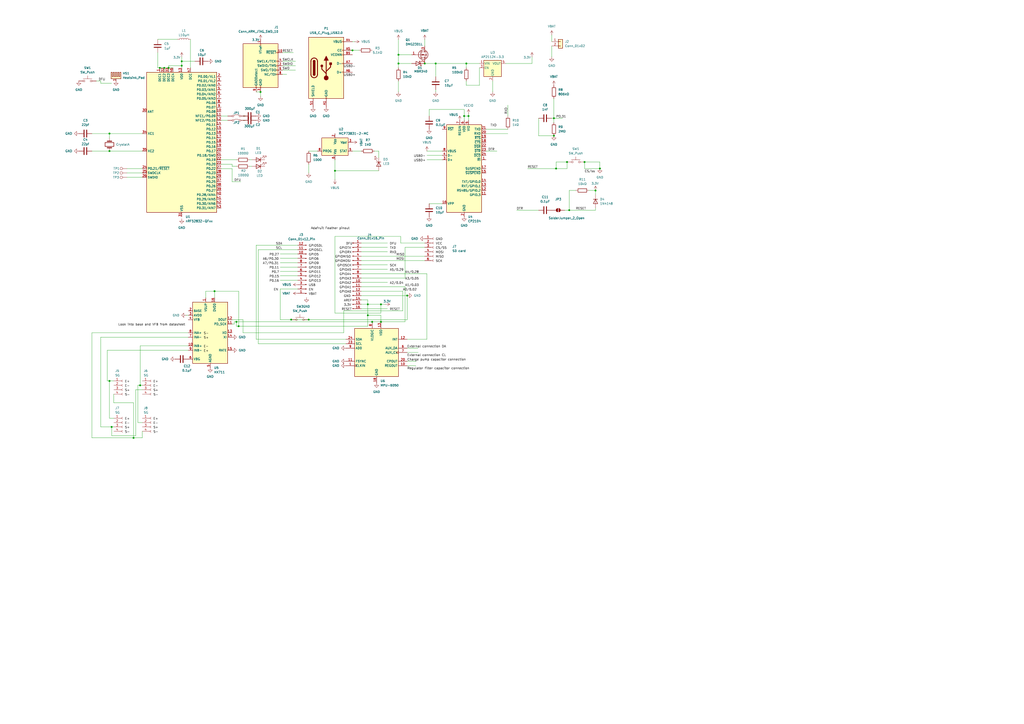
<source format=kicad_sch>
(kicad_sch (version 20231120) (generator "eeschema") (generator_version "8.0")
  (paper "A2")
  (title_block (title "Crank power meter"))
  (junction (at 246.38 36.83))
  (junction (at 220.98 176.53))
  (junction (at 215.9 186.69))
  (junction (at 194.31 99.06))
  (junction (at 270.51 36.83))
  (junction (at 92.71 39.37))
  (junction (at 339.09 93.98))
  (junction (at 124.46 168.91))
  (junction (at 63.5 87.63))
  (junction (at 64.77 247.65))
  (junction (at 213.36 176.53))
  (junction (at 220.98 186.69))
  (junction (at 105.41 38.1))
  (junction (at 322.58 97.79))
  (junction (at 252.73 36.83))
  (junction (at 95.25 39.37))
  (junction (at 345.44 110.49))
  (junction (at 81.28 223.52))
  (junction (at 77.47 254))
  (junction (at 63.5 77.47))
  (junction (at 328.93 93.98))
  (junction (at 231.14 36.83))
  (junction (at 138.43 189.23))
  (junction (at 321.31 68.58))
  (junction (at 151.13 53.34))
  (junction (at 271.78 67.31))
  (junction (at 231.14 31.75))
  (junction (at 269.24 67.31))
  (junction (at 236.22 171.45))
  (junction (at 347.98 97.79))
  (junction (at 63.5 220.98))
  (junction (at 330.2 121.92))
  (junction (at 105.41 35.56))
  (junction (at 97.79 39.37))
  (junction (at 179.07 185.42))
  (junction (at 137.16 186.69))
  (junction (at 213.36 182.88))
  (junction (at 204.47 29.21))
  (junction (at 168.91 185.42))
  (junction (at 321.31 78.74))
  (wire (pts (xy 209.55 163.83) (xy 224.79 163.83)))
  (wire (pts (xy 81.28 223.52) (xy 80.01 223.52)))
  (wire (pts (xy 312.42 78.74) (xy 321.31 78.74)))
  (wire (pts (xy 162.56 157.48) (xy 172.72 157.48)))
  (wire (pts (xy 95.25 39.37) (xy 97.79 39.37)))
  (wire (pts (xy 146.05 96.52) (xy 144.78 96.52)))
  (wire (pts (xy 232.41 140.97) (xy 232.41 137.16)))
  (wire (pts (xy 234.95 166.37) (xy 234.95 186.69)))
  (wire (pts (xy 95.25 39.37) (xy 92.71 39.37)))
  (wire (pts (xy 53.34 193.04) (xy 109.22 193.04)))
  (wire (pts (xy 63.5 77.47) (xy 82.55 77.47)))
  (wire (pts (xy 105.41 35.56) (xy 105.41 38.1)))
  (wire (pts (xy 330.2 121.92) (xy 345.44 121.92)))
  (wire (pts (xy 247.65 90.17) (xy 256.54 90.17)))
  (wire (pts (xy 321.31 57.15) (xy 321.31 68.58)))
  (wire (pts (xy 209.55 176.53) (xy 213.36 176.53)))
  (wire (pts (xy 138.43 189.23) (xy 138.43 168.91)))
  (wire (pts (xy 231.14 31.75) (xy 238.76 31.75)))
  (wire (pts (xy 148.59 53.34) (xy 151.13 53.34)))
  (wire (pts (xy 330.2 121.92) (xy 330.2 110.49)))
  (wire (pts (xy 137.16 92.71) (xy 128.27 92.71)))
  (wire (pts (xy 149.86 144.78) (xy 149.86 199.39)))
  (wire (pts (xy 209.55 140.97) (xy 224.79 140.97)))
  (wire (pts (xy 64.77 247.65) (xy 58.42 247.65)))
  (wire (pts (xy 236.22 204.47) (xy 242.57 204.47)))
  (wire (pts (xy 347.98 97.79) (xy 347.98 93.98)))
  (wire (pts (xy 294.64 60.96) (xy 294.64 67.31)))
  (wire (pts (xy 220.98 186.69) (xy 215.9 186.69)))
  (wire (pts (xy 270.51 36.83) (xy 278.13 36.83)))
  (wire (pts (xy 55.88 46.99) (xy 58.42 46.99)))
  (wire (pts (xy 162.56 185.42) (xy 168.91 185.42)))
  (wire (pts (xy 209.55 179.07) (xy 224.79 179.07)))
  (wire (pts (xy 140.97 67.31) (xy 142.24 67.31)))
  (wire (pts (xy 236.22 209.55) (xy 241.3 209.55)))
  (wire (pts (xy 163.83 35.56) (xy 171.45 35.56)))
  (wire (pts (xy 109.22 203.2) (xy 62.23 203.2)))
  (wire (pts (xy 213.36 176.53) (xy 213.36 182.88)))
  (wire (pts (xy 137.16 186.69) (xy 215.9 186.69)))
  (wire (pts (xy 217.17 87.63) (xy 219.71 87.63)))
  (wire (pts (xy 271.78 67.31) (xy 271.78 69.85)))
  (wire (pts (xy 78.74 226.06) (xy 78.74 252.73)))
  (wire (pts (xy 134.62 185.42) (xy 140.97 185.42)))
  (wire (pts (xy 204.47 87.63) (xy 209.55 87.63)))
  (wire (pts (xy 339.09 93.98) (xy 339.09 97.79)))
  (wire (pts (xy 321.31 68.58) (xy 321.31 71.12)))
  (wire (pts (xy 252.73 36.83) (xy 252.73 44.45)))
  (wire (pts (xy 233.68 180.34) (xy 233.68 168.91)))
  (wire (pts (xy 73.66 97.79) (xy 82.55 97.79)))
  (wire (pts (xy 179.07 87.63) (xy 184.15 87.63)))
  (wire (pts (xy 149.86 199.39) (xy 200.66 199.39)))
  (wire (pts (xy 234.95 143.51) (xy 234.95 161.29)))
  (wire (pts (xy 140.97 193.04) (xy 199.39 193.04)))
  (wire (pts (xy 205.74 24.13) (xy 204.47 24.13)))
  (wire (pts (xy 58.42 46.99) (xy 58.42 48.26)))
  (wire (pts (xy 231.14 22.86) (xy 231.14 31.75)))
  (wire (pts (xy 78.74 252.73) (xy 64.77 252.73)))
  (wire (pts (xy 63.5 220.98) (xy 66.04 220.98)))
  (wire (pts (xy 345.44 120.65) (xy 345.44 121.92)))
  (wire (pts (xy 58.42 195.58) (xy 109.22 195.58)))
  (wire (pts (xy 209.55 156.21) (xy 224.79 156.21)))
  (wire (pts (xy 194.31 137.16) (xy 194.31 181.61)))
  (wire (pts (xy 209.55 158.75) (xy 247.65 158.75)))
  (wire (pts (xy 236.22 196.85) (xy 247.65 196.85)))
  (wire (pts (xy 252.73 53.34) (xy 252.73 52.07)))
  (wire (pts (xy 269.24 67.31) (xy 271.78 67.31)))
  (wire (pts (xy 322.58 93.98) (xy 322.58 97.79)))
  (wire (pts (xy 124.46 168.91) (xy 119.38 168.91)))
  (wire (pts (xy 247.65 196.85) (xy 247.65 158.75)))
  (wire (pts (xy 269.24 67.31) (xy 269.24 63.5)))
  (wire (pts (xy 199.39 193.04) (xy 199.39 180.34)))
  (wire (pts (xy 163.83 43.18) (xy 166.37 43.18)))
  (wire (pts (xy 82.55 254) (xy 82.55 250.19)))
  (wire (pts (xy 77.47 254) (xy 53.34 254)))
  (wire (pts (xy 77.47 254) (xy 82.55 254)))
  (wire (pts (xy 246.38 22.86) (xy 246.38 26.67)))
  (wire (pts (xy 209.55 168.91) (xy 233.68 168.91)))
  (wire (pts (xy 105.41 33.02) (xy 105.41 35.56)))
  (wire (pts (xy 162.56 147.32) (xy 172.72 147.32)))
  (wire (pts (xy 281.94 77.47) (xy 294.64 77.47)))
  (wire (pts (xy 140.97 69.85) (xy 142.24 69.85)))
  (wire (pts (xy 330.2 110.49) (xy 334.01 110.49)))
  (wire (pts (xy 63.5 77.47) (xy 63.5 80.01)))
  (wire (pts (xy 232.41 137.16) (xy 194.31 137.16)))
  (wire (pts (xy 270.51 36.83) (xy 270.51 39.37)))
  (wire (pts (xy 135.89 186.69) (xy 137.16 186.69)))
  (wire (pts (xy 77.47 233.68) (xy 77.47 254)))
  (wire (pts (xy 63.5 87.63) (xy 82.55 87.63)))
  (wire (pts (xy 138.43 189.23) (xy 137.16 189.23)))
  (wire (pts (xy 209.55 161.29) (xy 234.95 161.29)))
  (wire (pts (xy 58.42 48.26) (xy 64.77 48.26)))
  (wire (pts (xy 327.66 121.92) (xy 330.2 121.92)))
  (wire (pts (xy 209.55 148.59) (xy 246.38 148.59)))
  (wire (pts (xy 231.14 31.75) (xy 231.14 36.83)))
  (wire (pts (xy 105.41 35.56) (xy 113.03 35.56)))
  (wire (pts (xy 162.56 154.94) (xy 172.72 154.94)))
  (wire (pts (xy 231.14 36.83) (xy 231.14 39.37)))
  (wire (pts (xy 53.34 77.47) (xy 63.5 77.47)))
  (wire (pts (xy 248.92 63.5) (xy 248.92 67.31)))
  (wire (pts (xy 209.55 151.13) (xy 246.38 151.13)))
  (wire (pts (xy 81.28 200.66) (xy 109.22 200.66)))
  (wire (pts (xy 163.83 38.1) (xy 171.45 38.1)))
  (wire (pts (xy 306.07 97.79) (xy 322.58 97.79)))
  (wire (pts (xy 247.65 92.71) (xy 256.54 92.71)))
  (wire (pts (xy 209.55 153.67) (xy 224.79 153.67)))
  (wire (pts (xy 199.39 180.34) (xy 233.68 180.34)))
  (wire (pts (xy 148.59 196.85) (xy 148.59 142.24)))
  (wire (pts (xy 285.75 46.99) (xy 285.75 53.34)))
  (wire (pts (xy 293.37 36.83) (xy 308.61 36.83)))
  (wire (pts (xy 271.78 66.04) (xy 271.78 67.31)))
  (wire (pts (xy 236.22 171.45) (xy 236.22 185.42)))
  (wire (pts (xy 148.59 142.24) (xy 172.72 142.24)))
  (wire (pts (xy 322.58 93.98) (xy 328.93 93.98)))
  (wire (pts (xy 201.93 29.21) (xy 204.47 29.21)))
  (wire (pts (xy 128.27 67.31) (xy 132.08 67.31)))
  (wire (pts (xy 163.83 40.64) (xy 171.45 40.64)))
  (wire (pts (xy 138.43 189.23) (xy 213.36 189.23)))
  (wire (pts (xy 162.56 167.64) (xy 172.72 167.64)))
  (wire (pts (xy 63.5 242.57) (xy 66.04 242.57)))
  (wire (pts (xy 213.36 176.53) (xy 220.98 176.53)))
  (wire (pts (xy 320.04 20.32) (xy 320.04 24.13)))
  (wire (pts (xy 105.41 38.1) (xy 105.41 39.37)))
  (wire (pts (xy 209.55 173.99) (xy 213.36 173.99)))
  (wire (pts (xy 64.77 247.65) (xy 66.04 247.65)))
  (wire (pts (xy 91.44 39.37) (xy 91.44 30.48)))
  (wire (pts (xy 110.49 22.86) (xy 110.49 39.37)))
  (wire (pts (xy 134.62 105.41) (xy 139.7 105.41)))
  (wire (pts (xy 58.42 247.65) (xy 58.42 195.58)))
  (wire (pts (xy 321.31 68.58) (xy 326.39 68.58)))
  (wire (pts (xy 134.62 96.52) (xy 137.16 96.52)))
  (wire (pts (xy 220.98 181.61) (xy 220.98 176.53)))
  (wire (pts (xy 97.79 39.37) (xy 100.33 39.37)))
  (wire (pts (xy 308.61 33.02) (xy 308.61 36.83)))
  (wire (pts (xy 278.13 39.37) (xy 278.13 49.53)))
  (wire (pts (xy 128.27 97.79) (xy 134.62 97.79)))
  (wire (pts (xy 119.38 168.91) (xy 119.38 172.72)))
  (wire (pts (xy 312.42 68.58) (xy 312.42 78.74)))
  (wire (pts (xy 135.89 186.69) (xy 135.89 187.96)))
  (wire (pts (xy 341.63 110.49) (xy 345.44 110.49)))
  (wire (pts (xy 64.77 252.73) (xy 64.77 247.65)))
  (wire (pts (xy 339.09 97.79) (xy 347.98 97.79)))
  (wire (pts (xy 146.05 92.71) (xy 144.78 92.71)))
  (wire (pts (xy 149.86 144.78) (xy 172.72 144.78)))
  (wire (pts (xy 80.01 223.52) (xy 80.01 245.11)))
  (wire (pts (xy 53.34 87.63) (xy 63.5 87.63)))
  (wire (pts (xy 256.54 87.63) (xy 247.65 87.63)))
  (wire (pts (xy 53.34 254) (xy 53.34 193.04)))
  (wire (pts (xy 134.62 97.79) (xy 134.62 105.41)))
  (wire (pts (xy 269.24 69.85) (xy 269.24 67.31)))
  (wire (pts (xy 62.23 203.2) (xy 62.23 220.98)))
  (wire (pts (xy 162.56 167.64) (xy 162.56 185.42)))
  (wire (pts (xy 168.91 185.42) (xy 179.07 185.42)))
  (wire (pts (xy 135.89 187.96) (xy 134.62 187.96)))
  (wire (pts (xy 128.27 69.85) (xy 132.08 69.85)))
  (wire (pts (xy 209.55 166.37) (xy 234.95 166.37)))
  (wire (pts (xy 138.43 168.91) (xy 124.46 168.91)))
  (wire (pts (xy 82.55 223.52) (xy 81.28 223.52)))
  (wire (pts (xy 281.94 87.63) (xy 288.29 87.63)))
  (wire (pts (xy 107.95 182.88) (xy 109.22 182.88)))
  (wire (pts (xy 281.94 74.93) (xy 294.64 74.93)))
  (wire (pts (xy 252.73 36.83) (xy 270.51 36.83)))
  (wire (pts (xy 97.79 38.1) (xy 105.41 38.1)))
  (wire (pts (xy 92.71 39.37) (xy 91.44 39.37)))
  (wire (pts (xy 73.66 100.33) (xy 82.55 100.33)))
  (wire (pts (xy 179.07 95.25) (xy 179.07 100.33)))
  (wire (pts (xy 322.58 97.79) (xy 328.93 97.79)))
  (wire (pts (xy 231.14 46.99) (xy 231.14 53.34)))
  (wire (pts (xy 219.71 91.44) (xy 219.71 87.63)))
  (wire (pts (xy 63.5 220.98) (xy 63.5 242.57)))
  (wire (pts (xy 91.44 22.86) (xy 102.87 22.86)))
  (wire (pts (xy 62.23 220.98) (xy 63.5 220.98)))
  (wire (pts (xy 162.56 162.56) (xy 172.72 162.56)))
  (wire (pts (xy 162.56 152.4) (xy 172.72 152.4)))
  (wire (pts (xy 66.04 228.6) (xy 66.04 233.68)))
  (wire (pts (xy 194.31 99.06) (xy 219.71 99.06)))
  (wire (pts (xy 320.04 26.67) (xy 320.04 33.02)))
  (wire (pts (xy 134.62 96.52) (xy 134.62 95.25)))
  (wire (pts (xy 269.24 63.5) (xy 248.92 63.5)))
  (wire (pts (xy 124.46 168.91) (xy 124.46 172.72)))
  (wire (pts (xy 137.16 189.23) (xy 137.16 186.69)))
  (wire (pts (xy 66.04 233.68) (xy 77.47 233.68)))
  (wire (pts (xy 220.98 182.88) (xy 213.36 182.88)))
  (wire (pts (xy 220.98 186.69) (xy 220.98 182.88)))
  (wire (pts (xy 194.31 99.06) (xy 194.31 104.14)))
  (wire (pts (xy 320.04 68.58) (xy 321.31 68.58)))
  (wire (pts (xy 151.13 53.34) (xy 151.13 55.88)))
  (wire (pts (xy 162.56 160.02) (xy 172.72 160.02)))
  (wire (pts (xy 246.38 140.97) (xy 232.41 140.97)))
  (wire (pts (xy 345.44 110.49) (xy 345.44 113.03)))
  (wire (pts (xy 213.36 182.88) (xy 213.36 189.23)))
  (wire (pts (xy 80.01 245.11) (xy 82.55 245.11)))
  (wire (pts (xy 231.14 36.83) (xy 238.76 36.83)))
  (wire (pts (xy 194.31 92.71) (xy 194.31 99.06)))
  (wire (pts (xy 248.92 118.11) (xy 256.54 118.11)))
  (wire (pts (xy 179.07 185.42) (xy 236.22 185.42)))
  (wire (pts (xy 200.66 196.85) (xy 148.59 196.85)))
  (wire (pts (xy 209.55 146.05) (xy 224.79 146.05)))
  (wire (pts (xy 73.66 102.87) (xy 82.55 102.87)))
  (wire (pts (xy 299.72 121.92) (xy 312.42 121.92)))
  (wire (pts (xy 97.79 38.1) (xy 97.79 39.37)))
  (wire (pts (xy 81.28 223.52) (xy 81.28 200.66)))
  (wire (pts (xy 208.28 29.21) (xy 204.47 29.21)))
  (wire (pts (xy 236.22 171.45) (xy 209.55 171.45)))
  (wire (pts (xy 140.97 185.42) (xy 140.97 193.04)))
  (wire (pts (xy 347.98 93.98) (xy 339.09 93.98)))
  (wire (pts (xy 236.22 212.09) (xy 241.3 212.09)))
  (wire (pts (xy 328.93 93.98) (xy 328.93 97.79)))
  (wire (pts (xy 213.36 173.99) (xy 213.36 176.53)))
  (wire (pts (xy 270.51 49.53) (xy 278.13 49.53)))
  (wire (pts (xy 194.31 181.61) (xy 220.98 181.61)))
  (wire (pts (xy 163.83 30.48) (xy 170.18 30.48)))
  (wire (pts (xy 246.38 143.51) (xy 234.95 143.51)))
  (wire (pts (xy 82.55 226.06) (xy 78.74 226.06)))
  (wire (pts (xy 246.38 36.83) (xy 252.73 36.83)))
  (wire (pts (xy 209.55 143.51) (xy 224.79 143.51)))
  (wire (pts (xy 220.98 176.53) (xy 223.52 176.53)))
  (wire (pts (xy 234.95 186.69) (xy 220.98 186.69)))
  (wire (pts (xy 236.22 201.93) (xy 242.57 201.93)))
  (wire (pts (xy 162.56 149.86) (xy 172.72 149.86)))
  (wire (pts (xy 134.62 95.25) (xy 128.27 95.25)))
  (wire (pts (xy 270.51 49.53) (xy 270.51 46.99)))
  (label "A5{slash}0.29" (at 226.06 157.48 0))
  (label "GPIOA5" (at 196.85 157.48 0))
  (label "E-" (at 118.11 201.93 0))
  (label "DFU" (at 135.89 105.41 0))
  (label "GPIO13" (at 179.07 163.83 0))
  (label "S+" (at 118.11 196.85 0))
  (label "SCK" (at 226.06 154.94 0))
  (label "GPIORX" (at 196.85 147.32 0))
  (label "Adafruit Feather pinout" (at 180.34 133.35 0))
  (label "GPIO5" (at 179.07 148.59 0))
  (label "DFU" (at 57.15 46.99 0))
  (label "Charge pump capacitor connection" (at 236.22 209.55 0))
  (label "MISO" (at 229.87 148.59 0))
  (label "RESET" (at 334.01 121.92 0))
  (label "S-" (at 72.39 229.87 0))
  (label "GPIOTX" (at 196.85 144.78 0))
  (label "Look into base and VFB from datasheet" (at 68.58 189.23 0))
  (label "GPIO12" (at 179.07 161.29 0))
  (label "E+" (at 72.39 222.25 0))
  (label "RESET" (at 163.83 30.48 0))
  (label "P0.11" (at 156.21 156.21 0))
  (label "E-" (at 72.39 246.38 0))
  (label "SDA" (at 160.02 142.24 0))
  (label "MISO" (at 252.73 149.86 0))
  (label "P0.7" (at 157.48 158.75 0))
  (label "S-" (at 88.9 251.46 0))
  (label "A2{slash}0.04" (at 226.06 165.1 0))
  (label "E-" (at 88.9 246.38 0))
  (label "A1{slash}0.03" (at 234.95 166.37 0))
  (label "E+" (at 72.39 243.84 0))
  (label "USB" (at 179.07 166.37 0))
  (label "GPIOSCK" (at 195.58 154.94 0))
  (label "SWCLK" (at 163.83 35.56 0))
  (label "RXD" (at 294.64 62.23 270))
  (label "DTR" (at 283.21 87.63 0))
  (label "3.3V" (at 199.39 177.8 0))
  (label "VBAT" (at 179.07 171.45 0))
  (label "GPIO11" (at 179.07 158.75 0))
  (label "USBD+" (at 199.39 44.45 0))
  (label "GPIO6" (at 179.07 151.13 0))
  (label "PO.31" (at 322.58 68.58 0))
  (label "RESET" (at 226.06 180.34 0))
  (label "DTR" (at 299.72 121.92 0))
  (label "A0{slash}0.02" (at 233.68 168.91 0))
  (label "GPIO10" (at 179.07 156.21 0))
  (label "P0.27" (at 156.21 148.59 0))
  (label "S+" (at 88.9 248.92 0))
  (label "S+" (at 88.9 227.33 0))
  (label "RESET" (at 198.12 180.34 0))
  (label "CS{slash}SS" (at 252.73 144.78 0))
  (label "TXD" (at 284.48 73.66 0))
  (label "MOSI" (at 252.73 147.32 0))
  (label "S-" (at 72.39 251.46 0))
  (label "E+" (at 118.11 204.47 0))
  (label "SWDIO" (at 163.83 38.1 0))
  (label "Regulator filter capacitor connection" (at 236.22 214.63 0))
  (label "SCK" (at 252.73 152.4 0))
  (label "RESET" (at 306.07 97.79 0))
  (label "S+" (at 72.39 248.92 0))
  (label "CS{slash}ss" (at 339.09 100.33 0))
  (label "GPIOA3" (at 196.85 162.56 0))
  (label "USBD-" (at 199.39 39.37 0))
  (label "GPIOSDL" (at 179.07 143.51 0))
  (label "E+" (at 88.9 222.25 0))
  (label "DFU" (at 226.06 142.24 0))
  (label "A7{slash}P0.31" (at 152.4 153.67 0))
  (label "EN" (at 179.07 168.91 0))
  (label "A3{slash}0.05" (at 234.95 162.56 0))
  (label "SWO" (at 163.83 40.64 0))
  (label "External connection DA" (at 236.22 201.93 0))
  (label "GPIO9" (at 179.07 153.67 0))
  (label "P0.16" (at 156.21 163.83 0))
  (label "GPIOMISO" (at 194.31 149.86 0))
  (label "USBD-" (at 240.03 91.44 0))
  (label "S+" (at 72.39 227.33 0))
  (label "A6{slash}P0.30" (at 152.4 151.13 0))
  (label "USBD+" (at 240.03 93.98 0))
  (label "External connection CL" (at 236.22 207.01 0))
  (label "EN" (at 158.75 168.91 0))
  (label "GPIOMOSI" (at 194.31 152.4 0))
  (label "DFU" (at 200.66 142.24 0))
  (label "E-" (at 88.9 224.79 0))
  (label "A4{slash}0.28" (at 234.95 158.75 0))
  (label "VCC" (at 252.73 142.24 0))
  (label "GPIOSCL" (at 179.07 146.05 0))
  (label "S-" (at 88.9 229.87 0))
  (label "E+" (at 88.9 243.84 0))
  (label "GND" (at 199.39 172.72 0))
  (label "GPIOA2" (at 196.85 165.1 0))
  (label "P0.15" (at 156.21 161.29 0))
  (label "GPIOA0" (at 196.85 170.18 0))
  (label "S-" (at 118.11 194.31 0))
  (label "GND" (at 252.73 139.7 0))
  (label "MOSI" (at 229.87 151.13 0))
  (label "RXD" (at 226.06 147.32 0))
  (label "AREF" (at 199.39 175.26 0))
  (label "SCL" (at 160.02 144.78 0))
  (label "E-" (at 72.39 224.79 0))
  (label "GPIOA4" (at 196.85 160.02 0))
  (label "TXD" (at 226.06 144.78 0))
  (label "GPIOA1" (at 196.85 167.64 0))
  (symbol (lib_id "Regulator_Linear:AP2112K-3.3") (at 285.75 39.37 0) (unit 1)
    (property "Reference" "U3" (at 285.75 30.48 0))
    (property "Value" "AP2112K-3.3" (at 285.75 33.02 0))
    (property "Footprint" "Package_TO_SOT_SMD:SOT-23-5" (effects (hide yes)))
    (property "Datasheet" "https://www.diodes.com/assets/Datasheets/AP2112.pdf" (effects (hide yes)))
    (property "Description" "600mA low dropout linear regulator, with enable pin, 3.8V-6V input voltage range, 3.3V fixed positive output, SOT-23-5" (effects (hide yes)))
  )
  (symbol (lib_id "Device:Crystal") (at 63.5 83.82 90) (unit 1)
    (property "Reference" "CrystalA" (at 67.31 83.8199 90) (effects (justify right)))
    (property "Description" "Two pin crystal" (effects (hide yes)))
  )
  (symbol (lib_id "power:VBUS") (at 246.38 22.86 0) (unit 1)
    (property "Reference" "#PWR014" (effects (hide yes)))
    (property "Value" "VBAT" (at 246.38 17.78 0))
    (property "Description" "Power symbol creates a global label with name \"VBUS\"" (effects (hide yes)))
  )
  (symbol (lib_id "Jumper:Jumper_2_Bridged") (at 137.16 69.85 0) (unit 1) (exclude_from_sim yes)
    (property "Reference" "JP2" (at 137.16 71.12 0))
    (property "Value" "e" (effects (hide yes)))
    (property "Description" "Jumper, 2-pole, closed/bridged" (effects (hide yes)))
  )
  (symbol (lib_id "power:GND") (at 134.62 195.58 90) (unit 1)
    (property "Reference" "#PWR042" (effects (hide yes)))
    (property "Value" "GND" (at 138.43 195.5799 90) (effects (justify right)))
    (property "Description" "Power symbol creates a global label with name \"GND\" , ground" (effects (hide yes)))
  )
  (symbol (lib_id "power:GND") (at 45.72 87.63 270) (unit 1)
    (property "Reference" "#PWR02" (effects (hide yes)))
    (property "Value" "GND" (at 41.91 87.6299 90) (effects (justify right)))
    (property "Description" "Power symbol creates a global label with name \"GND\" , ground" (effects (hide yes)))
  )
  (symbol (lib_id "Device:C") (at 49.53 87.63 90) (unit 1)
    (property "Reference" "C4" (at 49.53 81.026 90))
    (property "Value" "22pf" (at 49.53 83.566 90))
    (property "Description" "Unpolarized capacitor" (effects (hide yes)))
  )
  (symbol (lib_id "Connector:TestPoint") (at 73.66 97.79 90) (unit 1)
    (property "Reference" "TP1" (at 67.564 97.79 90))
    (property "Value" "TestPoint" (effects (hide yes)))
    (property "Description" "test point" (effects (hide yes)))
  )
  (symbol (lib_id "power:VBUS") (at 172.72 165.1 90) (unit 1)
    (property "Reference" "#PWR032" (effects (hide yes)))
    (property "Value" "VBUS" (at 168.91 165.0999 90) (effects (justify left)))
    (property "Description" "Power symbol creates a global label with name \"VBUS\"" (effects (hide yes)))
  )
  (symbol (lib_id "power:VBUS") (at 205.74 24.13 270) (unit 1)
    (property "Reference" "#PWR010" (effects (hide yes)))
    (property "Value" "VBUS" (at 209.55 24.1299 90) (effects (justify left)))
    (property "Description" "Power symbol creates a global label with name \"VBUS\"" (effects (hide yes)))
  )
  (symbol (lib_id "Analog_ADC:HX711") (at 121.92 193.04 0) (unit 1)
    (property "Reference" "U5" (at 124.1141 213.36 0) (effects (justify left)))
    (property "Value" "HX711" (at 124.1141 215.9 0) (effects (justify left)))
    (property "Footprint" "Package_SO:SOP-16_3.9x9.9mm_P1.27mm" (effects (hide yes)))
    (property "Datasheet" "https://web.archive.org/web/20220615044707/https://akizukidenshi.com/download/ds/avia/hx711.pdf" (effects (hide yes)))
    (property "Description" "24-Bit Analog-to-Digital Converter (ADC) for Weight Scales" (effects (hide yes)))
  )
  (symbol (lib_id "power:GND") (at 189.23 62.23 0) (unit 1)
    (property "Reference" "#PWR011" (effects (hide yes)))
    (property "Value" "GND" (at 189.23 67.31 0))
    (property "Description" "Power symbol creates a global label with name \"GND\" , ground" (effects (hide yes)))
  )
  (symbol (lib_id "Device:C") (at 316.23 68.58 270) (unit 1)
    (property "Reference" "C8" (at 316.23 60.96 90))
    (property "Value" "1nF" (at 316.23 63.5 90))
    (property "Description" "Unpolarized capacitor" (effects (hide yes)))
  )
  (symbol (lib_id "Device:LED") (at 149.86 92.71 180) (unit 1)
    (property "Reference" "D1" (at 149.86 86.106 0))
    (property "Value" "LED" (at 149.86 88.646 0))
    (property "Description" "Light emitting diode" (effects (hide yes)))
  )
  (symbol (lib_id "power:GND") (at 200.66 212.09 270) (unit 1)
    (property "Reference" "#PWR038" (effects (hide yes)))
    (property "Value" "GND" (at 196.85 212.0899 90) (effects (justify right)))
    (property "Description" "Power symbol creates a global label with name \"GND\" , ground" (effects (hide yes)))
  )
  (symbol (lib_id "Device:C") (at 144.78 69.85 90) (unit 1)
    (property "Reference" "C2" (at 149.606 72.39 90))
    (property "Value" "300μF" (at 144.78 73.152 90))
    (property "Description" "Unpolarized capacitor" (effects (hide yes)))
  )
  (symbol (lib_id "Mechanical:Heatsink_Pad") (at 67.31 44.45 0) (unit 1) (exclude_from_sim yes)
    (property "Reference" "HS1" (at 71.12 42.5449 0) (effects (justify left)))
    (property "Value" "Heatsink_Pad" (at 71.12 45.0849 0) (effects (justify left)))
    (property "Description" "Heatsink with electrical connection, 1 pin" (effects (hide yes)))
  )
  (symbol (lib_id "Jumper:Jumper_2_Bridged") (at 137.16 67.31 0) (unit 1) (exclude_from_sim yes)
    (property "Reference" "JP1" (at 137.16 65.532 0))
    (property "Value" "Jumper_2_Bridged" (effects (hide yes)))
    (property "Description" "Jumper, 2-pole, closed/bridged" (effects (hide yes)))
  )
  (symbol (lib_id "Device:R") (at 231.14 43.18 0) (unit 1)
    (property "Reference" "R4" (at 233.68 41.9099 0) (effects (justify left)))
    (property "Value" "10kΩ" (at 233.68 44.4499 0) (effects (justify left)))
    (property "Description" "Resistor" (effects (hide yes)))
  )
  (symbol (lib_id "power:VDD") (at 345.44 110.49 0) (unit 1)
    (property "Reference" "#PWR036" (effects (hide yes)))
    (property "Value" "3.3V" (at 345.186 106.426 0))
    (property "Description" "Power symbol creates a global label with name \"VDD\"" (effects (hide yes)))
  )
  (symbol (lib_id "power:GND") (at 181.61 62.23 0) (unit 1)
    (property "Reference" "#PWR012" (effects (hide yes)))
    (property "Value" "GND" (at 181.61 67.31 0))
    (property "Description" "Power symbol creates a global label with name \"GND\" , ground" (effects (hide yes)))
  )
  (symbol (lib_id "power:GND") (at 45.72 46.99 0) (unit 1)
    (property "Reference" "#PWR08" (effects (hide yes)))
    (property "Value" "GND" (at 45.72 52.07 0))
    (property "Description" "Power symbol creates a global label with name \"GND\" , ground" (effects (hide yes)))
  )
  (symbol (lib_id "Connector:Conn_01x04_Socket") (at 71.12 245.11 0) (unit 1)
    (property "Reference" "J7" (at 66.802 236.728 0) (effects (justify left)))
    (property "Value" "SG" (at 66.802 239.268 0) (effects (justify left)))
    (property "Description" "Generic connector, single row, 01x04, script generated" (effects (hide yes)))
  )
  (symbol (lib_id "power:GND") (at 200.66 209.55 270) (unit 1)
    (property "Reference" "#PWR039" (effects (hide yes)))
    (property "Value" "GND" (at 196.85 209.5499 90) (effects (justify right)))
    (property "Description" "Power symbol creates a global label with name \"GND\" , ground" (effects (hide yes)))
  )
  (symbol (lib_id "Connector:TestPoint") (at 73.66 102.87 90) (unit 1)
    (property "Reference" "TP3" (at 67.31 102.87 90))
    (property "Value" "TestPoint" (effects (hide yes)))
    (property "Description" "test point" (effects (hide yes)))
  )
  (symbol (lib_id "power:GND") (at 134.62 203.2 90) (unit 1)
    (property "Reference" "#PWR046" (effects (hide yes)))
    (property "Value" "GND" (at 138.43 203.1999 90) (effects (justify right)))
    (property "Description" "Power symbol creates a global label with name \"GND\" , ground" (effects (hide yes)))
  )
  (symbol (lib_id "power:GND") (at 67.31 46.99 0) (unit 1)
    (property "Reference" "#PWR09" (effects (hide yes)))
    (property "Value" "GND" (at 67.31 52.07 0))
    (property "Description" "Power symbol creates a global label with name \"GND\" , ground" (effects (hide yes)))
  )
  (symbol (lib_id "power:VDD") (at 105.41 33.02 0) (unit 1)
    (property "Reference" "#PWR03" (effects (hide yes)))
    (property "Value" "3.3V" (at 102.616 33.274 0))
    (property "Description" "Power symbol creates a global label with name \"VDD\"" (effects (hide yes)))
  )
  (symbol (lib_id "power:VDD") (at 223.52 176.53 270) (unit 1)
    (property "Reference" "#PWR034" (effects (hide yes)))
    (property "Value" "3.3V" (at 224.536 174.752 90))
    (property "Description" "Power symbol creates a global label with name \"VDD\"" (effects (hide yes)))
  )
  (symbol (lib_id "power:VDD") (at 308.61 33.02 0) (unit 1)
    (property "Reference" "#PWR018" (effects (hide yes)))
    (property "Value" "3.3V" (at 305.816 33.274 0))
    (property "Description" "Power symbol creates a global label with name \"VDD\"" (effects (hide yes)))
  )
  (symbol (lib_id "power:VBUS") (at 231.14 22.86 0) (unit 1)
    (property "Reference" "#PWR013" (effects (hide yes)))
    (property "Value" "VBUS" (at 231.14 18.034 0))
    (property "Description" "Power symbol creates a global label with name \"VBUS\"" (effects (hide yes)))
  )
  (symbol (lib_id "Connector:Conn_01x04_Socket") (at 87.63 223.52 0) (unit 1)
    (property "Reference" "J6" (at 83.312 215.138 0) (effects (justify left)))
    (property "Value" "SG" (at 83.312 217.678 0) (effects (justify left)))
    (property "Description" "Generic connector, single row, 01x04, script generated" (effects (hide yes)))
  )
  (symbol (lib_id "Connector:Conn_01x06_Socket") (at 251.46 143.51 0) (unit 1)
    (property "Reference" "J7" (at 262.382 143.002 0) (effects (justify left)))
    (property "Value" "SD card" (at 262.382 145.542 0) (effects (justify left)))
    (property "Description" "Generic connector, single row, 01x06, script generated" (effects (hide yes)))
  )
  (symbol (lib_id "power:GND") (at 218.44 222.25 0) (unit 1)
    (property "Reference" "#PWR037" (effects (hide yes)))
    (property "Value" "GND" (at 218.44 227.33 0))
    (property "Description" "Power symbol creates a global label with name \"GND\" , ground" (effects (hide yes)))
  )
  (symbol (lib_id "power:GND") (at 248.92 74.93 0) (unit 1)
    (property "Reference" "#PWR030" (effects (hide yes)))
    (property "Value" "GND" (at 248.92 80.01 0))
    (property "Description" "Power symbol creates a global label with name \"GND\" , ground" (effects (hide yes)))
  )
  (symbol (lib_id "power:GND") (at 200.66 201.93 270) (unit 1)
    (property "Reference" "#PWR040" (effects (hide yes)))
    (property "Value" "GND" (at 194.818 201.93 90))
    (property "Description" "Power symbol creates a global label with name \"GND\" , ground" (effects (hide yes)))
  )
  (symbol (lib_id "Diode:MBR340") (at 242.57 36.83 180) (unit 1)
    (property "Reference" "D1" (at 243.586 39.37 0))
    (property "Value" "MBR340" (at 244.094 41.402 0))
    (property "Footprint" "Diode_THT:D_DO-201AD_P15.24mm_Horizontal" (effects (hide yes)))
    (property "Datasheet" "http://www.onsemi.com/pub_link/Collateral/MBR340-D.PDF" (effects (hide yes)))
    (property "Description" "40V 3A Schottky Barrier Rectifier Diode, DO-201AD" (effects (hide yes)))
  )
  (symbol (lib_id "power:VBUS") (at 172.72 170.18 90) (unit 1)
    (property "Reference" "#PWR031" (effects (hide yes)))
    (property "Value" "VBAT" (at 166.116 170.18 90))
    (property "Description" "Power symbol creates a global label with name \"VBUS\"" (effects (hide yes)))
  )
  (symbol (lib_id "power:GND") (at 231.14 53.34 0) (unit 1)
    (property "Reference" "#PWR015" (effects (hide yes)))
    (property "Value" "GND" (at 231.14 58.42 0))
    (property "Description" "Power symbol creates a global label with name \"GND\" , ground" (effects (hide yes)))
  )
  (symbol (lib_id "Diode:1N4148") (at 345.44 116.84 270) (unit 1)
    (property "Reference" "D4" (at 347.98 115.5699 90) (effects (justify left)))
    (property "Value" "1N4148" (at 347.98 118.1099 90) (effects (justify left)))
    (property "Footprint" "Diode_THT:D_DO-35_SOD27_P7.62mm_Horizontal" (effects (hide yes)))
    (property "Datasheet" "https://assets.nexperia.com/documents/data-sheet/1N4148_1N4448.pdf" (effects (hide yes)))
    (property "Description" "100V 0.15A standard switching diode, DO-35" (effects (hide yes)))
    (property "Sim.Device" "D" (effects (hide yes)))
    (property "Sim.Pins" "1=K 2=A" (effects (hide yes)))
  )
  (symbol (lib_id "power:GND") (at 236.22 171.45 90) (unit 1)
    (property "Reference" "#PWR033" (effects (hide yes)))
    (property "Value" "GND" (at 240.03 171.4499 90) (effects (justify right)))
    (property "Description" "Power symbol creates a global label with name \"GND\" , ground" (effects (hide yes)))
  )
  (symbol (lib_id "power:GND") (at 107.95 182.88 270) (unit 1)
    (property "Reference" "#PWR045" (effects (hide yes)))
    (property "Value" "GND" (at 104.14 182.8799 90) (effects (justify right)))
    (property "Description" "Power symbol creates a global label with name \"GND\" , ground" (effects (hide yes)))
  )
  (symbol (lib_id "Device:C") (at 116.84 35.56 90) (unit 1)
    (property "Reference" "C6" (at 117.094 29.21 90))
    (property "Value" "10μF" (at 117.094 31.75 90))
    (property "Description" "Unpolarized capacitor" (effects (hide yes)))
  )
  (symbol (lib_id "power:GND") (at 321.31 78.74 0) (unit 1)
    (property "Reference" "#PWR025" (effects (hide yes)))
    (property "Value" "GND" (at 321.31 83.82 0))
    (property "Description" "Power symbol creates a global label with name \"GND\" , ground" (effects (hide yes)))
  )
  (symbol (lib_id "Sensor_Motion:MPU-6050") (at 218.44 204.47 0) (unit 1)
    (property "Reference" "U6" (at 220.6341 220.98 0) (effects (justify left)))
    (property "Value" "MPU-6050" (at 220.6341 223.52 0) (effects (justify left)))
    (property "Footprint" "Sensor_Motion:InvenSense_QFN-24_4x4mm_P0.5mm" (effects (hide yes)))
    (property "Datasheet" "https://invensense.tdk.com/wp-content/uploads/2015/02/MPU-6000-Datasheet1.pdf" (effects (hide yes)))
    (property "Description" "InvenSense 6-Axis Motion Sensor, Gyroscope, Accelerometer, I2C" (effects (hide yes)))
  )
  (symbol (lib_id "Switch:SW_Push") (at 173.99 185.42 0) (unit 1)
    (property "Reference" "SW3" (at 173.99 177.8 0))
    (property "Value" "SW_Push" (at 173.99 180.34 0))
    (property "Description" "Push button switch, generic, two pins" (effects (hide yes)))
  )
  (symbol (lib_id "Connector_Generic:Conn_01x02") (at 325.12 24.13 0) (unit 1)
    (property "Reference" "J2" (at 327.66 24.1299 0) (effects (justify left)))
    (property "Value" "Conn_01x02" (at 327.66 26.6699 0) (effects (justify left)))
    (property "Description" "Generic connector, single row, 01x02, script generated (kicad-library-utils/schlib/autogen/connector/)" (effects (hide yes)))
  )
  (symbol (lib_id "power:GND") (at 347.98 97.79 0) (unit 1)
    (property "Reference" "#PWR035" (effects (hide yes)))
    (property "Value" "GND" (at 347.98 102.87 0))
    (property "Description" "Power symbol creates a global label with name \"GND\" , ground" (effects (hide yes)))
  )
  (symbol (lib_id "power:GND") (at 179.07 100.33 0) (unit 1)
    (property "Reference" "#PWR021" (effects (hide yes)))
    (property "Value" "GND" (at 179.07 105.41 0))
    (property "Description" "Power symbol creates a global label with name \"GND\" , ground" (effects (hide yes)))
  )
  (symbol (lib_id "power:VBUS") (at 204.47 82.55 270) (unit 1)
    (property "Reference" "#PWR023" (effects (hide yes)))
    (property "Value" "VBAT" (at 209.55 82.55 0))
    (property "Description" "Power symbol creates a global label with name \"VBUS\"" (effects (hide yes)))
  )
  (symbol (lib_id "power:GND") (at 121.92 213.36 0) (unit 1)
    (property "Reference" "#PWR041" (effects (hide yes)))
    (property "Value" "GND" (at 121.92 218.44 0))
    (property "Description" "Power symbol creates a global label with name \"GND\" , ground" (effects (hide yes)))
  )
  (symbol (lib_id "Jumper:SolderJumper_2_Open") (at 323.85 121.92 0) (unit 1) (exclude_from_sim yes) (in_bom no)
    (property "Reference" "JP3" (at 323.85 115.57 0))
    (property "Value" "SolderJumper_2_Open" (at 328.676 126.492 0))
    (property "Description" "Solder Jumper, 2-pole, open" (effects (hide yes)))
  )
  (symbol (lib_id "Device:R") (at 213.36 87.63 90) (unit 1)
    (property "Reference" "R7" (at 213.36 81.28 90))
    (property "Value" "1kΩ" (at 213.36 83.82 90))
    (property "Description" "Resistor" (effects (hide yes)))
  )
  (symbol (lib_id "power:GND") (at 45.72 77.47 270) (unit 1)
    (property "Reference" "#PWR01" (effects (hide yes)))
    (property "Value" "GND" (at 41.91 77.4699 90) (effects (justify right)))
    (property "Description" "Power symbol creates a global label with name \"GND\" , ground" (effects (hide yes)))
  )
  (symbol (lib_id "Device:C") (at 316.23 121.92 90) (unit 1)
    (property "Reference" "C11" (at 316.23 114.3 90))
    (property "Value" "0.1μF" (at 316.23 116.84 90))
    (property "Description" "Unpolarized capacitor" (effects (hide yes)))
  )
  (symbol (lib_id "Device:R") (at 321.31 74.93 0) (unit 1)
    (property "Reference" "R9" (at 323.85 73.6599 0) (effects (justify left)))
    (property "Value" "2MΩ" (at 323.85 76.1999 0) (effects (justify left)))
    (property "Description" "Resistor" (effects (hide yes)))
  )
  (symbol (lib_id "Device:R") (at 337.82 110.49 270) (unit 1)
    (property "Reference" "R11" (at 337.82 104.14 90))
    (property "Value" "10kΩ" (at 337.82 106.68 90))
    (property "Description" "Resistor" (effects (hide yes)))
  )
  (symbol (lib_id "power:GND") (at 269.24 125.73 0) (unit 1)
    (property "Reference" "#PWR027" (effects (hide yes)))
    (property "Value" "GND" (at 269.24 130.81 0))
    (property "Description" "Power symbol creates a global label with name \"GND\" , ground" (effects (hide yes)))
  )
  (symbol (lib_id "power:GND") (at 177.8 172.72 0) (unit 1)
    (property "Reference" "#PWR043" (effects (hide yes)))
    (property "Value" "GND" (at 177.8 177.8 0))
    (property "Description" "Power symbol creates a global label with name \"GND\" , ground" (effects (hide yes)))
  )
  (symbol (lib_id "power:VBUS") (at 194.31 104.14 180) (unit 1)
    (property "Reference" "#PWR022" (effects (hide yes)))
    (property "Value" "VBUS" (at 194.31 108.966 0))
    (property "Description" "Power symbol creates a global label with name \"VBUS\"" (effects (hide yes)))
  )
  (symbol (lib_id "power:VBUS") (at 266.7 69.85 0) (unit 1)
    (property "Reference" "#PWR028" (effects (hide yes)))
    (property "Value" "VBUS" (at 263.144 66.548 0))
    (property "Description" "Power symbol creates a global label with name \"VBUS\"" (effects (hide yes)))
  )
  (symbol (lib_id "power:GND") (at 105.41 127 0) (unit 1)
    (property "Reference" "#PWR06" (effects (hide yes)))
    (property "Value" "GND" (at 105.41 132.08 0))
    (property "Description" "Power symbol creates a global label with name \"GND\" , ground" (effects (hide yes)))
  )
  (symbol (lib_id "Device:LED") (at 149.86 96.52 180) (unit 1)
    (property "Reference" "D2" (at 150.622 99.314 0))
    (property "Value" "LED" (at 150.622 101.854 0))
    (property "Description" "Light emitting diode" (effects (hide yes)))
  )
  (symbol (lib_id "Device:LED") (at 219.71 95.25 270) (unit 1)
    (property "Reference" "D3" (at 222.25 92.3924 90) (effects (justify left)))
    (property "Value" "LED" (at 222.25 94.9324 90) (effects (justify left)))
    (property "Description" "Light emitting diode" (effects (hide yes)))
  )
  (symbol (lib_id "Transistor_FET:DMG2301L") (at 243.84 31.75 0) (unit 1)
    (property "Reference" "Q1" (at 235.204 23.114 0) (effects (justify left)))
    (property "Value" "DMG2301L" (at 235.204 25.654 0) (effects (justify left)))
    (property "Footprint" "Package_TO_SOT_SMD:SOT-23" (effects (hide yes)))
    (property "Datasheet" "https://www.diodes.com/assets/Datasheets/DMG2301L.pdf" (effects (hide yes)))
    (property "Description" "-3A Id, -20V Vds, P-Channel MOSFET, SOT-23" (effects (hide yes)))
  )
  (symbol (lib_id "power:GND") (at 248.92 125.73 0) (unit 1)
    (property "Reference" "#PWR048" (effects (hide yes)))
    (property "Value" "GND" (at 248.92 130.81 0))
    (property "Description" "Power symbol creates a global label with name \"GND\" , ground" (effects (hide yes)))
  )
  (symbol (lib_id "Device:R") (at 321.31 53.34 0) (unit 1)
    (property "Reference" "R8" (at 323.85 52.0699 0) (effects (justify left)))
    (property "Value" "806kΩ" (at 323.85 54.6099 0) (effects (justify left)))
    (property "Description" "Resistor" (effects (hide yes)))
  )
  (symbol (lib_id "Switch:SW_Push") (at 50.8 46.99 0) (unit 1)
    (property "Reference" "SW1" (at 50.8 39.37 0))
    (property "Value" "SW_Push" (at 50.8 41.91 0))
    (property "Description" "Push button switch, generic, two pins" (effects (hide yes)))
  )
  (symbol (lib_id "Device:C") (at 248.92 121.92 0) (unit 1)
    (property "Reference" "C10" (at 252.73 120.6499 0) (effects (justify left)))
    (property "Value" "10μF" (at 252.73 123.1899 0) (effects (justify left)))
    (property "Description" "Unpolarized capacitor" (effects (hide yes)))
  )
  (symbol (lib_id "Device:C") (at 91.44 26.67 0) (unit 1)
    (property "Reference" "C5" (at 95.25 25.3999 0) (effects (justify left)))
    (property "Value" "1μF" (at 95.25 27.9399 0) (effects (justify left)))
    (property "Description" "Unpolarized capacitor" (effects (hide yes)))
  )
  (symbol (lib_id "power:VBUS") (at 247.65 87.63 0) (unit 1)
    (property "Reference" "#PWR026" (effects (hide yes)))
    (property "Value" "VBUS" (at 247.65 82.55 0))
    (property "Description" "Power symbol creates a global label with name \"VBUS\"" (effects (hide yes)))
  )
  (symbol (lib_id "power:GND") (at 120.65 35.56 90) (unit 1)
    (property "Reference" "#PWR04" (effects (hide yes)))
    (property "Value" "GND" (at 124.46 35.5599 90) (effects (justify right)))
    (property "Description" "Power symbol creates a global label with name \"GND\" , ground" (effects (hide yes)))
  )
  (symbol (lib_id "Connector:Conn_01x04_Socket") (at 87.63 245.11 0) (unit 1)
    (property "Reference" "J8" (at 83.312 236.728 0) (effects (justify left)))
    (property "Value" "SG" (at 83.312 239.268 0) (effects (justify left)))
    (property "Description" "Generic connector, single row, 01x04, script generated" (effects (hide yes)))
  )
  (symbol (lib_id "Device:C") (at 49.53 77.47 90) (unit 1)
    (property "Reference" "C3" (at 49.53 69.85 90))
    (property "Value" "22pf" (at 49.53 72.39 90))
    (property "Description" "Unpolarized capacitor" (effects (hide yes)))
  )
  (symbol (lib_id "power:GND") (at 252.73 53.34 0) (unit 1)
    (property "Reference" "#PWR016" (effects (hide yes)))
    (property "Value" "GND" (at 252.73 58.42 0))
    (property "Description" "Power symbol creates a global label with name \"GND\" , ground" (effects (hide yes)))
  )
  (symbol (lib_id "power:GND") (at 148.59 69.85 90) (unit 1)
    (property "Reference" "#PWR050" (effects (hide yes)))
    (property "Value" "GND" (at 152.4 69.8499 90) (effects (justify right)))
    (property "Description" "Power symbol creates a global label with name \"GND\" , ground" (effects (hide yes)))
  )
  (symbol (lib_id "MCU_Nordic:nRF52832-QFxx") (at 105.41 82.55 0) (unit 1)
    (property "Reference" "U1" (at 107.6041 125.73 0) (effects (justify left)))
    (property "Value" "nRF52832-QFxx" (at 107.6041 128.27 0) (effects (justify left)))
    (property "Footprint" "Package_DFN_QFN:QFN-48-1EP_6x6mm_P0.4mm_EP4.6x4.6mm" (effects (hide yes)))
    (property "Datasheet" "http://infocenter.nordicsemi.com/pdf/nRF52832_PS_v1.4.pdf" (effects (hide yes)))
    (property "Description" "Multiprotocol BLE/2.4GHz Cortex-M4 SoC, QFN-48" (effects (hide yes)))
  )
  (symbol (lib_id "Battery_Management:MCP73831-2-MC") (at 194.31 85.09 0) (unit 1)
    (property "Reference" "U2" (at 196.5041 74.93 0) (effects (justify left)))
    (property "Value" "MCP73831-2-MC" (at 196.5041 77.47 0) (effects (justify left)))
    (property "Footprint" "Package_DFN_QFN:DFN-8-1EP_3x2mm_P0.5mm_EP1.7x1.4mm" (effects (hide yes)))
    (property "Datasheet" "http://ww1.microchip.com/downloads/en/DeviceDoc/20001984g.pdf" (effects (hide yes)))
    (property "Description" "Single cell, Li-Ion/Li-Po charge management controller, 4.20V, Tri-State Status Output, in DFN-8 package" (effects (hide yes)))
  )
  (symbol (lib_id "Switch:SW_Push") (at 334.01 93.98 0) (unit 1)
    (property "Reference" "SW1" (at 334.01 86.36 0))
    (property "Value" "SW_Push" (at 334.01 88.9 0))
    (property "Description" "Push button switch, generic, two pins" (effects (hide yes)))
  )
  (symbol (lib_id "Device:R") (at 294.64 71.12 0) (unit 1)
    (property "Reference" "R10" (at 297.18 69.8499 0) (effects (justify left)))
    (property "Value" "1kΩ" (at 297.18 72.3899 0) (effects (justify left)))
    (property "Description" "Resistor" (effects (hide yes)))
  )
  (symbol (lib_id "Device:R") (at 270.51 43.18 0) (unit 1)
    (property "Reference" "R5" (at 262.128 39.37 0) (effects (justify left)))
    (property "Value" "100kΩ" (at 262.128 41.91 0) (effects (justify left)))
    (property "Description" "Resistor" (effects (hide yes)))
  )
  (symbol (lib_id "Device:L") (at 106.68 22.86 90) (unit 1)
    (property "Reference" "L1" (at 106.68 17.78 90))
    (property "Value" "L10µH" (at 106.68 20.32 90))
    (property "Description" "Inductor" (effects (hide yes)))
  )
  (symbol (lib_id "power:GND") (at 151.13 55.88 0) (unit 1)
    (property "Reference" "#PWR07" (effects (hide yes)))
    (property "Value" "GND" (at 151.13 60.96 0))
    (property "Description" "Power symbol creates a global label with name \"GND\" , ground" (effects (hide yes)))
  )
  (symbol (lib_id "Device:C") (at 105.41 208.28 270) (mirror x) (unit 1)
    (property "Reference" "C12" (at 108.458 212.344 90))
    (property "Value" "0.1μF" (at 108.458 214.884 90))
    (property "Description" "Unpolarized capacitor" (effects (hide yes)))
  )
  (symbol (lib_id "power:VDD") (at 151.13 22.86 0) (unit 1)
    (property "Reference" "#PWR05" (effects (hide yes)))
    (property "Value" "3.3V" (at 148.336 23.114 0))
    (property "Description" "Power symbol creates a global label with name \"VDD\"" (effects (hide yes)))
  )
  (symbol (lib_id "Connector:Conn_01x16_Pin") (at 204.47 158.75 0) (unit 1)
    (property "Reference" "J4" (at 214.376 136.144 0))
    (property "Value" "Conn_01x16_Pin" (at 215.138 138.176 0))
    (property "Description" "Generic connector, single row, 01x16, script generated" (effects (hide yes)))
  )
  (symbol (lib_id "Device:R") (at 212.09 29.21 90) (unit 1)
    (property "Reference" "R3" (at 218.948 27.94 90))
    (property "Value" "5.1kΩ" (at 218.948 30.48 90))
    (property "Description" "Resistor" (effects (hide yes)))
  )
  (symbol (lib_id "power:VBUS") (at 320.04 20.32 0) (unit 1)
    (property "Reference" "#PWR019" (effects (hide yes)))
    (property "Value" "VBAT" (at 320.04 15.24 0))
    (property "Description" "Power symbol creates a global label with name \"VBUS\"" (effects (hide yes)))
  )
  (symbol (lib_id "Connector:TestPoint") (at 73.66 100.33 90) (unit 1)
    (property "Reference" "TP2" (at 67.31 100.33 90))
    (property "Value" "TestPoint" (effects (hide yes)))
    (property "Description" "test point" (effects (hide yes)))
  )
  (symbol (lib_id "power:GND") (at 101.6 208.28 270) (unit 1)
    (property "Reference" "#PWR044" (effects (hide yes)))
    (property "Value" "GND" (at 97.79 208.2799 90) (effects (justify right)))
    (property "Description" "Power symbol creates a global label with name \"GND\" , ground" (effects (hide yes)))
  )
  (symbol (lib_id "power:GND") (at 148.59 67.31 90) (unit 1)
    (property "Reference" "#PWR049" (effects (hide yes)))
    (property "Value" "GND" (at 152.4 67.3099 90) (effects (justify right)))
    (property "Description" "Power symbol creates a global label with name \"GND\" , ground" (effects (hide yes)))
  )
  (symbol (lib_id "Device:C") (at 248.92 71.12 0) (unit 1)
    (property "Reference" "C9" (at 252.73 69.8499 0) (effects (justify left)))
    (property "Value" "0.1μF" (at 252.73 72.3899 0) (effects (justify left)))
    (property "Description" "Unpolarized capacitor" (effects (hide yes)))
  )
  (symbol (lib_id "power:VBUS") (at 271.78 66.04 0) (unit 1)
    (property "Reference" "#PWR029" (effects (hide yes)))
    (property "Value" "VCCIO" (at 271.78 61.214 0))
    (property "Description" "Power symbol creates a global label with name \"VBUS\"" (effects (hide yes)))
  )
  (symbol (lib_id "Connector:Conn_ARM_JTAG_SWD_10") (at 151.13 38.1 0) (unit 1)
    (property "Reference" "J1" (at 161.544 15.748 0) (effects (justify right)))
    (property "Value" "Conn_ARM_JTAG_SWD_10" (at 161.544 18.288 0) (effects (justify right)))
    (property "Datasheet" "http://infocenter.arm.com/help/topic/com.arm.doc.ddi0314h/DDI0314H_coresight_components_trm.pdf" (effects (hide yes)))
    (property "Description" "Cortex Debug Connector, standard ARM Cortex-M SWD and JTAG interface" (effects (hide yes)))
  )
  (symbol (lib_id "Device:C") (at 144.78 67.31 90) (unit 1)
    (property "Reference" "C1" (at 149.606 65.024 90))
    (property "Value" "300μF" (at 145.034 62.992 90))
    (property "Description" "Unpolarized capacitor" (effects (hide yes)))
  )
  (symbol (lib_id "power:GND") (at 285.75 53.34 0) (unit 1)
    (property "Reference" "#PWR017" (effects (hide yes)))
    (property "Value" "GND" (at 285.75 58.42 0))
    (property "Description" "Power symbol creates a global label with name \"GND\" , ground" (effects (hide yes)))
  )
  (symbol (lib_id "Interface_USB:CP2104") (at 269.24 97.79 0) (unit 1)
    (property "Reference" "U4" (at 271.4341 125.73 0) (effects (justify left)))
    (property "Value" "CP2104" (at 271.4341 128.27 0) (effects (justify left)))
    (property "Footprint" "Package_DFN_QFN:QFN-24-1EP_4x4mm_P0.5mm_EP2.6x2.6mm" (effects (hide yes)))
    (property "Datasheet" "https://www.silabs.com/documents/public/data-sheets/cp2104.pdf" (effects (hide yes)))
    (property "Description" "Single-Chip USB-to-UART Bridge, USB 2.0 Full-Speed, 2Mbps UART, QFN-24" (effects (hide yes)))
  )
  (symbol (lib_id "Connector:Conn_01x12_Pin") (at 177.8 157.48 180) (unit 1)
    (property "Reference" "J3" (at 173.482 136.144 0) (effects (justify right)))
    (property "Value" "Conn_01x12_Pin" (at 167.132 138.684 0) (effects (justify right)))
    (property "Description" "Generic connector, single row, 01x12, script generated" (effects (hide yes)))
  )
  (symbol (lib_id "power:GND") (at 320.04 33.02 0) (unit 1)
    (property "Reference" "#PWR020" (effects (hide yes)))
    (property "Value" "GND" (at 320.04 38.1 0))
    (property "Description" "Power symbol creates a global label with name \"GND\" , ground" (effects (hide yes)))
  )
  (symbol (lib_id "Device:R") (at 140.97 96.52 90) (unit 1)
    (property "Reference" "R2" (at 141.224 99.06 90))
    (property "Value" "1000Ω" (at 141.224 101.6 90))
    (property "Description" "Resistor" (effects (hide yes)))
  )
  (symbol (lib_id "power:GND") (at 246.38 138.43 270) (unit 1)
    (property "Reference" "#PWR047" (effects (hide yes)))
    (property "Value" "GND" (at 242.57 138.4299 90) (effects (justify right)))
    (property "Description" "Power symbol creates a global label with name \"GND\" , ground" (effects (hide yes)))
  )
  (symbol (lib_id "Connector:USB_C_Plug_USB2.0") (at 189.23 39.37 0) (unit 1)
    (property "Reference" "P1" (at 189.23 16.51 0))
    (property "Value" "USB_C_Plug_USB2.0" (at 189.23 19.05 0))
    (property "Datasheet" "https://www.usb.org/sites/default/files/documents/usb_type-c.zip" (effects (hide yes)))
    (property "Description" "USB 2.0-only Type-C Plug connector" (effects (hide yes)))
  )
  (symbol (lib_id "Device:R") (at 179.07 91.44 0) (unit 1)
    (property "Reference" "R6" (at 181.61 90.1699 0) (effects (justify left)))
    (property "Value" "1000" (at 181.61 92.7099 0) (effects (justify left)))
    (property "Description" "Resistor" (effects (hide yes)))
  )
  (symbol (lib_id "Device:C") (at 252.73 48.26 0) (unit 1)
    (property "Reference" "C7" (at 257.81 46.9899 0) (effects (justify left)))
    (property "Value" "10μF" (at 257.81 49.5299 0) (effects (justify left)))
    (property "Description" "Unpolarized capacitor" (effects (hide yes)))
  )
  (symbol (lib_id "Connector:Conn_01x04_Socket") (at 71.12 223.52 0) (unit 1)
    (property "Reference" "J5" (at 66.802 215.138 0) (effects (justify left)))
    (property "Value" "SG" (at 66.802 217.678 0) (effects (justify left)))
    (property "Description" "Generic connector, single row, 01x04, script generated" (effects (hide yes)))
  )
  (symbol (lib_id "power:VBUS") (at 321.31 49.53 0) (unit 1)
    (property "Reference" "#PWR024" (effects (hide yes)))
    (property "Value" "VBAT" (at 321.31 44.45 0))
    (property "Description" "Power symbol creates a global label with name \"VBUS\"" (effects (hide yes)))
  )
  (symbol (lib_id "Device:R") (at 140.97 92.71 90) (unit 1)
    (property "Reference" "R1" (at 140.97 86.36 90))
    (property "Value" "1000Ω" (at 140.97 88.9 90))
    (property "Description" "Resistor" (effects (hide yes)))
  )
)
</source>
